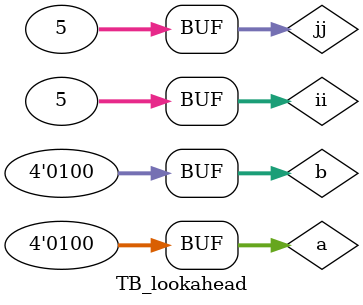
<source format=v>
module TB_lookahead ();
    
    parameter N = 4;
    
    reg [N-1:0] a = 0;
    reg [N-1:0] b = 0;
    wire [N:0]  s;
    
    lookahead_4bit_addermodule lookahead
    (
    .A(a),
    .B(b),
    .S(s)
    );
    integer ii,jj;
    initial begin
        for (ii = 0; ii< N+1; ii = ii+1) begin
            for (jj = 0; jj< N+1; jj = jj+1) begin
                a = ii;
                b = jj;
                #10;
            end
        end
    end
    
endmodule

</source>
